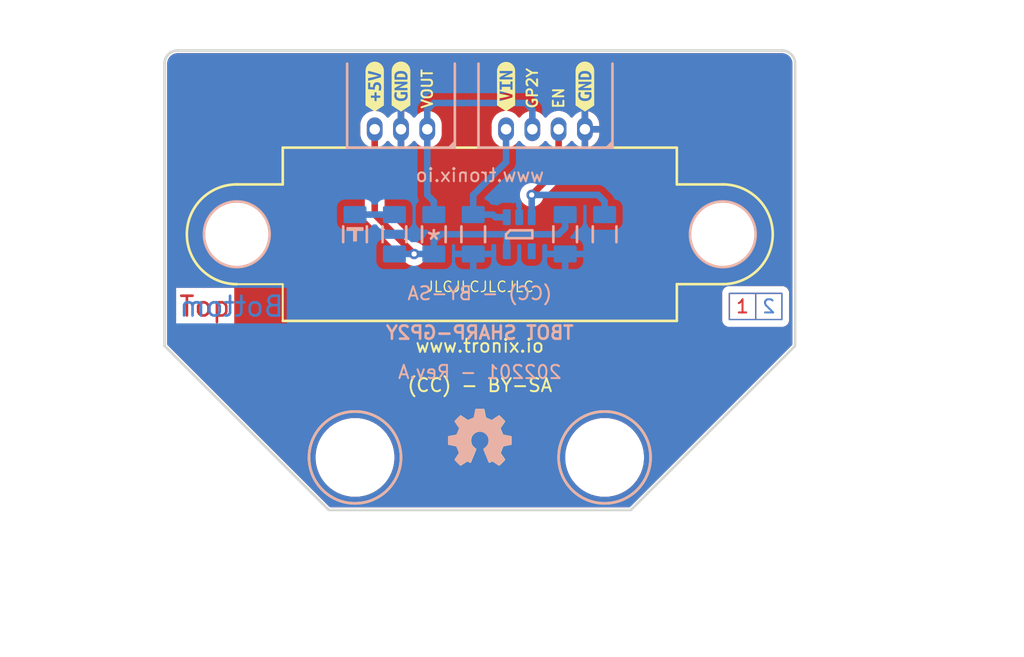
<source format=kicad_pcb>
(kicad_pcb (version 20221018) (generator pcbnew)
  (title_block (title "TBOT - SHARP-GP2Y") (date "01/2022") (rev "A"))
  (layers (0 "F.Cu" signal) (31 "B.Cu" signal) (34 "B.Paste" user) (35 "F.Paste" user) (36 "B.SilkS" user "B.Silkscreen") (37 "F.SilkS" user "F.Silkscreen") (38 "B.Mask" user) (39 "F.Mask" user) (44 "Edge.Cuts" user))
  (net 0 "")
  (net 1 "GND")
  (net 2 "+5V")
  (net 3 "+VIN")
  (net 4 "Net-(LED1-A)")
  (net 5 "MCU_ENABLE")
  (net 7 "GP2Y_OUT")
  (footprint "tronixio:OSHW-5MM" (layer "F.Cu") (at 124 94.5)
    (fp_text reference "GT" hide)
    (fp_text value "LOGO" hide)
    (fp_poly (pts (xy 0.112503 -2.205305) (xy 0.188585 -2.204991) (xy 0.245175 -2.204139) (xy 0.285349 -2.202485) (xy 0.312183 -2.19976) (xy 0.328754 -2.195697) (xy 0.338137 -2.190029) (xy 0.343407 -2.182489) (xy 0.346067 -2.176502) (xy 0.351819 -2.155872) (xy 0.361219 -2.114019) (xy 0.373445 -2.054971) (xy 0.387673 -1.982754) (xy 0.403082 -1.901397) (xy 0.410766 -1.859685) (xy 0.426304 -1.776128) (xy 0.440921 -1.700487) (xy 0.453831 -1.636607) (xy 0.464245 -1.58833) (xy 0.471376 -1.559501) (xy 0.473495 -1.553524) (xy 0.487624 -1.543829) (xy 0.520987 -1.52669) (xy 0.568967 -1.504087) (xy 0.626948 -1.477998) (xy 0.690314 -1.450405) (xy 0.754449 -1.423285) (xy 0.814737 -1.398618) (xy 0.866561 -1.378383) (xy 0.905305 -1.36456) (xy 0.926354 -1.359128) (xy 0.92691 -1.359112) (xy 0.941518 -1.366107) (xy 0.97411 -1.385773) (xy 1.021624 -1.416127) (xy 1.080997 -1.455189) (xy 1.149167 -1.500978) (xy 1.204337 -1.538617) (xy 1.276991 -1.58813) (xy 1.343025 -1.632413) (xy 1.399403 -1.669487) (xy 1.443088 -1.697374) (xy 1.471043 -1.714097) (xy 1.47988 -1.718122) (xy 1.493641 -1.709282) (xy 1.521915 -1.684807) (xy 1.561669 -1.647768) (xy 1.609873 -1.601234) (xy 1.663495 -1.548276) (xy 1.719505 -1.491962) (xy 1.774871 -1.435363) (xy 1.826562 -1.381549) (xy 1.871548 -1.33359) (xy 1.906797 -1.294555) (xy 1.929278 -1.267514) (xy 1.936093 -1.256075) (xy 1.930212 -1.239792) (xy 1.912193 -1.207543) (xy 1.881475 -1.158462) (xy 1.837495 -1.091686) (xy 1.779689 -1.00635) (xy 1.707495 -0.901591) (xy 1.671879 -0.850344) (xy 1.638824 -0.80126) (xy 1.612148 -0.758563) (xy 1.594893 -0.727324) (xy 1.589904 -0.713655) (xy 1.594754 -0.697334) (xy 1.608013 -0.662128) (xy 1.62775 -0.612617) (xy 1.652031 -0.55338) (xy 1.678922 -0.488996) (xy 1.706491 -0.424047) (xy 1.732803 -0.363111) (xy 1.755927 -0.310768) (xy 1.773928 -0.271598) (xy 1.784874 -0.25018) (xy 1.786526 -0.247868) (xy 1.800495 -0.243726) (xy 1.836105 -0.235699) (xy 1.889773 -0.224522) (xy 1.957915 -0.210929) (xy 2.036948 -0.195656) (xy 2.090365 -0.185568) (xy 2.175183 -0.169544) (xy 2.252099 -0.15474) (xy 2.317349 -0.141901) (xy 2.367173 -0.131773) (xy 2.397809 -0.125104) (xy 2.405431 -0.123066) (xy 2.411063 -0.116814) (xy 2.415426 -0.101095) (xy 2.418668 -0.073197) (xy 2.420933 -0.030409) (xy 2.422366 0.02998) (xy 2.423114 0.110684) (xy 2.423321 0.210293) (xy 2.423202 0.310587) (xy 2.422711 0.388201) (xy 2.421649 0.446096) (xy 2.419816 0.487237) (xy 2.417013 0.514584) (xy 2.41304 0.531101) (xy 2.407697 0.53975) (xy 2.400883 0.543466) (xy 2.378661 0.548625) (xy 2.338314 0.556746) (xy 2.286985 0.566415) (xy 2.263049 0.570744) (xy 2.127407 0.595376) (xy 2.016332 0.616479) (xy 1.929018 0.634225) (xy 1.864656 0.64879) (xy 1.82244 0.660347) (xy 1.801562 0.66907) (xy 1.79987 0.670496) (xy 1.791465 0.686078) (xy 1.775685 0.720992) (xy 1.754362 0.770707) (xy 1.729327 0.830694) (xy 1.702414 0.896422) (xy 1.675454 0.96336) (xy 1.650281 1.026979) (xy 1.628726 1.082748) (xy 1.612622 1.126137) (xy 1.603801 1.152615) (xy 1.602692 1.157988) (xy 1.610028 1.172767) (xy 1.63143 1.207108) (xy 1.666036 1.259722) (xy 1.712983 1.329322) (xy 1.771408 1.414621) (xy 1.840447 1.51433) (xy 1.867654 1.553391) (xy 1.897811 1.599113) (xy 1.921185 1.639288) (xy 1.934376 1.667841) (xy 1.936093 1.675677) (xy 1.927103 1.692014) (xy 1.901418 1.723855) (xy 1.860965 1.769075) (xy 1.807672 1.82555) (xy 1.743466 1.891154) (xy 1.71296 1.921664) (xy 1.643302 1.990709) (xy 1.589314 2.043494) (xy 1.548612 2.081971) (xy 1.518813 2.108091) (xy 1.497532 2.123805) (xy 1.482386 2.131066) (xy 1.470991 2.131825) (xy 1.460964 2.128033) (xy 1.460917 2.128008) (xy 1.441892 2.116253) (xy 1.405419 2.09234) (xy 1.355138 2.058707) (xy 1.294686 2.017792) (xy 1.227702 1.972033) (xy 1.210483 1.960205) (xy 1.143557 1.914694) (xy 1.083189 1.874607) (xy 1.032748 1.842104) (xy 0.995605 1.819344) (xy 0.975129 1.808488) (xy 0.972784 1.807875) (xy 0.955044 1.813477) (xy 0.920428 1.82855) (xy 0.874685 1.850498) (xy 0.843591 1.866246) (xy 0.794692 1.890329) (xy 0.754091 1.908142) (xy 0.727189 1.917434) (xy 0.719661 1.917874) (xy 0.71184 1.904564) (xy 0.695873 1.87093) (xy 0.673276 1.820398) (xy 0.645566 1.756397) (xy 0.614262 1.682354) (xy 0.595951 1.638326) (xy 0.555205 1.539832) (xy 0.509885 1.430374) (xy 0.463588 1.318629) (xy 0.419909 1.213275) (xy 0.382617 1.123407) (xy 0.352192 1.049365) (xy 0.325466 0.982847) (xy 0.303922 0.927668) (xy 0.289044 0.887646) (xy 0.282318 0.866596) (xy 0.28208 0.86489) (xy 0.291868 0.850064) (xy 0.317767 0.825757) (xy 0.354572 0.796754) (xy 0.362216 0.791216) (xy 0.47362 0.699405) (xy 0.560778 0.600114) (xy 0.624272 0.492284) (xy 0.664684 0.374854) (xy 0.682594 0.246763) (xy 0.683668 0.205149) (xy 0.672966 0.079705) (xy 0.639876 -0.035509) (xy 0.583362 -0.143051) (xy 0.502387 -0.245478) (xy 0.500128 -0.247901) (xy 0.404266 -0.332655) (xy 0.297367 -0.395917) (xy 0.182586 -0.437559) (xy 0.063074 -0.45745) (xy -0.058015 -0.455461) (xy -0.177529 -0.431461) (xy -0.292317 -0.38532) (xy -0.399224 -0.316909) (xy -0.435557 -0.286461) (xy -0.524789 -0.19034) (xy -0.590858 -0.083248) (xy -0.63358 0.034398) (xy -0.65277 0.162186) (xy -0.653912 0.203806) (xy -0.64477 0.331905) (xy -0.616397 0.446756) (xy -0.567372 0.551025) (xy -0.496276 0.647379) (xy -0.401689 0.738486) (xy -0.345898 0.782346) (xy -0.305473 0.814275) (xy -0.274554 0.84243) (xy -0.257973 0.862253) (xy -0.256436 0.866724) (xy -0.261189 0.882472) (xy -0.274692 0.919019) (xy -0.295811 0.973504) (xy -0.323413 1.043065) (xy -0.356365 1.124837) (xy -0.393532 1.21596) (xy -0.424781 1.291835) (xy -0.466473 1.392714) (xy -0.506757 1.490316) (xy -0.54414 1.581016) (xy -0.57713 1.661187) (xy -0.604234 1.727202) (xy -0.623959 1.775436) (xy -0.631922 1.795053) (xy -0.656173 1.85428) (xy -0.675445 1.89208) (xy -0.695005 1.910535) (xy -0.720119 1.911726) (xy -0.756055 1.897735) (xy -0.80808 1.870643) (xy -0.814523 1.867212) (xy -0.863833 1.841835) (xy -0.905672 1.821875) (xy -0.934272 1.810004) (xy -0.942679 1.807875) (xy -0.957624 1.814831) (xy -0.990452 1.834339) (xy -1.037961 1.864353) (xy -1.096948 1.902829) (xy -1.164211 1.947723) (xy -1.20379 1.974558) (xy -1.273782 2.022017) (xy -1.336742 2.064219) (xy -1.389581 2.099132) (xy -1.429212 2.124728) (xy -1.452547 2.138976) (xy -1.457362 2.141242) (xy -1.468597 2.132572) (xy -1.495354 2.108206) (xy -1.53505 2.070611) (xy -1.585104 2.022252) (xy -1.642932 1.965596) (xy -1.688443 1.920545) (xy -1.754363 1.854061) (xy -1.811428 1.794627) (xy -1.857492 1.744605) (xy -1.890411 1.706358) (xy -1.908038 1.682247) (xy -1.910449 1.676115) (xy -1.903342 1.656709) (xy -1.88402 1.621725) (xy -1.855484 1.576225) (xy -1.822794 1.528185) (xy -1.761853 1.44109) (xy -1.706889 1.361082) (xy -1.659529 1.29063) (xy -1.621397 1.232204) (xy -1.594118 1.188276) (xy -1.579316 1.161316) (xy -1.577082 1.154608) (xy -1.581837 1.136716) (xy -1.594857 1.099854) (xy -1.614275 1.048609) (xy -1.638222 0.987568) (xy -1.664831 0.921316) (xy -1.692235 0.854442) (xy -1.718566 0.791531) (xy -1.741957 0.737171) (xy -1.76054 0.695948) (xy -1.772447 0.672449) (xy -1.774702 0.66925) (xy -1.791569 0.66222) (xy -1.829891 0.651729) (xy -1.885847 0.638647) (xy -1.955617 0.623842) (xy -2.035381 0.608183) (xy -2.07828 0.60022) (xy -2.161621 0.584627) (xy -2.236906 0.569745) (xy -2.300315 0.556391) (xy -2.348033 0.545387) (xy -2.37624 0.537551) (xy -2.381867 0.535051) (xy -2.387099 0.524908) (xy -2.390991 0.502231) (xy -2.393638 0.46456) (xy -2.395134 0.409435) (xy -2.395573 0.334397) (xy -2.39505 0.236985) (xy -2.394689 0.200194) (xy -2.391267 -0.121807) (xy -2.282282 -0.143659) (xy -2.229898 -0.153965) (xy -2.160108 -0.167419) (xy -2.080727 -0.182526) (xy -1.999569 -0.197795) (xy -1.970053 -0.203298) (xy -1.900658 -0.216734) (xy -1.840162 -0.229455) (xy -1.793065 -0.240437) (xy -1.763866 -0.248652) (xy -1.756665 -0.251967) (xy -1.746988 -0.268752) (xy -1.729936 -0.304533) (xy -1.707477 -0.354612) (xy -1.681582 -0.414291) (xy -1.654218 -0.478872) (xy -1.627353 -0.543658) (xy -1.602957 -0.60395) (xy -1.582998 -0.65505) (xy -1.569445 -0.692261) (xy -1.564266 -0.710885) (xy -1.564261 -0.711124) (xy -1.571273 -0.727773) (xy -1.590937 -0.762151) (xy -1.621195 -0.810982) (xy -1.659988 -0.870991) (xy -1.705259 -0.938901) (xy -1.732615 -0.979077) (xy -1.780965 -1.050145) (xy -1.82446 -1.115201) (xy -1.860949 -1.170937) (xy -1.888284 -1.214046) (xy -1.904314 -1.24122) (xy -1.907531 -1.248169) (xy -1.904717 -1.261112) (xy -1.890381 -1.283286) (xy -1.863069 -1.316351) (xy -1.821325 -1.361969) (xy -1.763692 -1.421801) (xy -1.691232 -1.494988) (xy -1.628982 -1.55669) (xy -1.572135 -1.611849) (xy -1.523344 -1.657988) (xy -1.485263 -1.692627) (xy -1.460542 -1.713289) (xy -1.452414 -1.718122) (xy -1.437782 -1.711105) (xy -1.405251 -1.6914) (xy -1.357928 -1.661025) (xy -1.298923 -1.621998) (xy -1.231343 -1.576338) (xy -1.183018 -1.543181) (xy -1.111112 -1.493886) (xy -1.04544 -1.44951) (xy -0.989183 -1.41215) (xy -0.945519 -1.383901) (xy -0.917627 -1.36686) (xy -0.90944 -1.362781) (xy -0.891885 -1.365776) (xy -0.855505 -1.377082) (xy -0.805012 -1.394838) (xy -0.745121 -1.417183) (xy -0.680546 -1.442257) (xy -0.616001 -1.468199) (xy -0.5562 -1.493147) (xy -0.505857 -1.515243) (xy -0.469686 -1.532623) (xy -0.45278 -1.543038) (xy -0.446293 -1.559308) (xy -0.436108 -1.597206) (xy -0.423041 -1.653118) (xy -0.407909 -1.723429) (xy -0.391528 -1.804525) (xy -0.378917 -1.870225) (xy -0.362481 -1.956759) (xy -0.347254 -2.035011) (xy -0.333961 -2.101421) (xy -0.323321 -2.152432) (xy -0.316058 -2.184486) (xy -0.31324 -2.193976) (xy -0.299005 -2.197095) (xy -0.262664 -2.199887) (xy -0.207755 -2.20223) (xy -0.137813 -2.204) (xy -0.056376 -2.205075) (xy 0.013853 -2.205351)) (fill solid) (layer "F.SilkS"))
  )
  (footprint "kibuzzard-6288C56E" (layer "F.Cu") (at 132 67.75 90)
    (fp_text reference "kibuzzard-6288C56E" hide)
    (fp_text value "G***" hide)
    (fp_poly (pts (xy 0.724628 0.333375) (xy 0.74209 0.334962) (xy 0.759553 0.334962) (xy 0.871471 0.309562) (xy 0.944496 0.239712) (xy 0.984184 0.134144) (xy 0.993114 0.070048) (xy 0.99609 0) (xy 0.986565 -0.123825) (xy 0.953228 -0.230188) (xy 0.88814 -0.304006) (xy 0.781778 -0.331788) (xy 0.753203 -0.330994) (xy 0.724628 -0.327025) (xy 0.724628 0.333375)) (fill solid) (layer "F.SilkS"))
    (fp_poly (pts (xy -1.100997 -0.7112) (xy -1.431727 -0.7112) (xy -1.90586 0) (xy -1.431727 0.7112) (xy -1.100997 0.7112) (xy -0.69936 0.7112) (xy -0.69936 0.512762) (xy -0.786871 0.504627) (xy -0.865254 0.480219) (xy -0.933715 0.439737) (xy -0.99146 0.383381) (xy -1.037894 0.31115) (xy -1.072422 0.223044) (xy -1.093854 0.119261) (xy -1.100997 0) (xy -1.092663 -0.11807) (xy -1.06766 -0.221456) (xy -1.028369 -0.309761) (xy -0.977172 -0.382588) (xy -0.914863 -0.439539) (xy -0.842235 -0.480219) (xy -0.761669 -0.504627) (xy -0.675547 -0.512763) (xy -0.573154 -0.504031) (xy -0.494572 -0.484188) (xy -0.439804 -0.460375) (xy -0.40726 -0.441325) (xy -0.45806 -0.28575) (xy -0.543785 -0.325438) (xy -0.64856 -0.3429) (xy -0.766035 -0.3175) (xy -0.844616 -0.246856) (xy -0.889066 -0.138906) (xy -0.899186 -0.072827) (xy -0.90256 0) (xy -0.896386 0.107156) (xy -0.877865 0.193675) (xy -0.846997 0.259556) (xy -0.778338 0.322064) (xy -0.683485 0.3429) (xy -0.645385 0.341312) (xy -0.607285 0.33655) (xy -0.607285 -0.022225) (xy -0.412022 -0.022225) (xy -0.412022 0.468312) (xy -0.520766 0.496887) (xy -0.602324 0.508794) (xy -0.69936 0.512762) (xy -0.69936 0.7112) (xy 0.213453 0.7112) (xy 0.213453 0.492125) (xy 0.16768 0.383205) (xy 0.119261 0.274461) (xy 0.068196 0.165894) (xy 0.014486 0.057326) (xy -0.04187 -0.051417) (xy -0.100872 -0.160338) (xy -0.100872 0.492125) (xy -0.277085 0.492125) (xy -0.277085 -0.490538) (xy -0.119922 -0.490538) (xy -0.075472 -0.417711) (xy -0.031022 -0.338931) (xy 0.012832 -0.257373) (xy 0.055496 -0.176213) (xy 0.095978 -0.096441) (xy 0.133284 -0.01905) (xy 0.166423 0.052387) (xy 0.194403 0.1143) (xy 0.194403 -0.490538) (xy 0.370615 -0.490538) (xy 0.370615 0.492125) (xy 0.213453 0.492125) (xy 0.213453 0.7112) (xy 0.738915 0.7112) (xy 0.738915 0.504825) (xy 0.636521 0.499269) (xy 0.529365 0.481012) (xy 0.529365 -0.477838) (xy 0.654778 -0.496888) (xy 0.764315 -0.50165) (xy 0.856985 -0.494506) (xy 0.941321 -0.473075) (xy 1.015339 -0.436364) (xy 1.077053 -0.383381) (xy 1.126464 -0.313928) (xy 1.163571 -0.227806) (xy 1.186789 -0.123627) (xy 1.194528 0) (xy 1.185995 0.126405) (xy 1.160396 0.232569) (xy 1.119717 0.319683) (xy 1.06594 0.388937) (xy 0.99986 0.441127) (xy 0.922271 0.477044) (xy 0.83476 0.49788) (xy 0.738915 0.504825) (xy 0.738915 0.7112) (xy 1.194528 0.7112) (xy 1.19466 0.7112) (xy 1.26437 0.707775) (xy 1.333408 0.697534) (xy 1.40111 0.680576) (xy 1.466824 0.657063) (xy 1.529917 0.627222) (xy 1.589781 0.591341) (xy 1.64584 0.549765) (xy 1.697554 0.502894) (xy 1.744425 0.45118) (xy 1.786001 0.395122) (xy 1.821882 0.335257) (xy 1.851723 0.272164) (xy 1.875236 0.20645) (xy 1.892194 0.138748) (xy 1.902435 0.06971) (xy 1.90586 0) (xy 1.902435 -0.06971) (xy 1.892194 -0.138748) (xy 1.875236 -0.20645) (xy 1.851723 -0.272164) (xy 1.821882 -0.335257) (xy 1.786001 -0.395122) (xy 1.744425 -0.45118) (xy 1.697554 -0.502894) (xy 1.64584 -0.549765) (xy 1.589781 -0.591341) (xy 1.529917 -0.627222) (xy 1.466824 -0.657063) (xy 1.40111 -0.680576) (xy 1.333408 -0.697534) (xy 1.26437 -0.707775) (xy 1.19466 -0.7112) (xy 1.194528 -0.7112) (xy -1.100997 -0.7112)) (fill solid) (layer "F.SilkS"))
  )
  (footprint "kibuzzard-6288C554" (layer "F.Cu") (at 116 67.75 90)
    (fp_text reference "kibuzzard-6288C554" hide)
    (fp_text value "G***" hide)
    (fp_poly (pts (xy -1.100733 -0.700088) (xy -1.431462 -0.700088) (xy -1.898187 0) (xy -1.431462 0.700088) (xy -1.100733 0.700088) (xy -0.68322 0.700088) (xy -0.68322 0.420688) (xy -0.851495 0.420688) (xy -0.851495 0.144462) (xy -1.100733 0.144462) (xy -1.100733 -0.015875) (xy -0.851495 -0.015875) (xy -0.851495 -0.2921) (xy -0.68322 -0.2921) (xy -0.68322 -0.015875) (xy -0.433983 -0.015875) (xy -0.433983 0.144462) (xy -0.68322 0.144462) (xy -0.68322 0.420688) (xy -0.68322 0.700088) (xy -0.049808 0.700088) (xy -0.049808 0.50165) (xy -0.127595 0.496887) (xy -0.203795 0.484981) (xy -0.269677 0.468312) (xy -0.31492 0.45085) (xy -0.275233 0.288925) (xy -0.186333 0.320675) (xy -0.125611 0.331391) (xy -0.051395 0.334963) (xy 0.043061 0.322263) (xy 0.101798 0.289719) (xy 0.131167 0.244475) (xy 0.139105 0.192087) (xy 0.125611 0.116681) (xy 0.071636 0.057944) (xy -0.043458 0.019844) (xy -0.12958 0.009723) (xy -0.23872 0.00635) (xy -0.224433 -0.125611) (xy -0.21332 -0.254794) (xy -0.204986 -0.380405) (xy -0.199033 -0.50165) (xy 0.302617 -0.50165) (xy 0.302617 -0.339725) (xy -0.03552 -0.339725) (xy -0.043458 -0.233363) (xy -0.051395 -0.142875) (xy 0.068726 -0.126647) (xy 0.166621 -0.094897) (xy 0.242292 -0.047625) (xy 0.296091 0.014817) (xy 0.32837 0.092075) (xy 0.33913 0.18415) (xy 0.315317 0.310356) (xy 0.242292 0.411162) (xy 0.187127 0.449262) (xy 0.120055 0.477838) (xy 0.041077 0.495697) (xy -0.049808 0.50165) (xy -0.049808 0.700088) (xy 0.718542 0.700088) (xy 0.718542 0.481012) (xy 0.679252 0.364331) (xy 0.63758 0.233362) (xy 0.609534 0.141376) (xy 0.582546 0.049565) (xy 0.556617 -0.042069) (xy 0.532099 -0.131939) (xy 0.509345 -0.218458) (xy 0.488355 -0.301625) (xy 0.462161 -0.41275) (xy 0.443905 -0.50165) (xy 0.65028 -0.50165) (xy 0.662186 -0.419298) (xy 0.678855 -0.324644) (xy 0.698897 -0.22225) (xy 0.720923 -0.116681) (xy 0.744736 -0.010319) (xy 0.770136 0.094456) (xy 0.796131 0.19308) (xy 0.82173 0.280987) (xy 0.84713 0.19427) (xy 0.87253 0.096044) (xy 0.897136 -0.008731) (xy 0.920155 -0.115094) (xy 0.941586 -0.220861) (xy 0.96143 -0.32385) (xy 0.978892 -0.4191) (xy 0.99318 -0.50165) (xy 1.197967 -0.50165) (xy 1.176734 -0.400844) (xy 1.151136 -0.288925) (xy 1.12137 -0.168473) (xy 1.087636 -0.042069) (xy 1.06303 0.044715) (xy 1.036836 0.132556) (xy 1.009055 0.221456) (xy 0.980127 0.309915) (xy 0.950494 0.396434) (xy 0.920155 0.481012) (xy 0.718542 0.481012) (xy 0.718542 0.700088) (xy 1.197967 0.700088) (xy 1.198099 0.700088) (xy 1.26672 0.696716) (xy 1.33468 0.686636) (xy 1.401324 0.669942) (xy 1.466011 0.646797) (xy 1.528118 0.617422) (xy 1.587047 0.582101) (xy 1.64223 0.541175) (xy 1.693136 0.495037) (xy 1.739274 0.444131) (xy 1.780201 0.388948) (xy 1.815522 0.330019) (xy 1.844896 0.267912) (xy 1.868041 0.203225) (xy 1.884735 0.13658) (xy 1.894816 0.068621) (xy 1.898187 0) (xy 1.894816 -0.068621) (xy 1.884735 -0.13658) (xy 1.868041 -0.203225) (xy 1.844896 -0.267912) (xy 1.815522 -0.330019) (xy 1.780201 -0.388948) (xy 1.739274 -0.444131) (xy 1.693136 -0.495037) (xy 1.64223 -0.541175) (xy 1.587047 -0.582101) (xy 1.528118 -0.617422) (xy 1.466011 -0.646797) (xy 1.401324 -0.669942) (xy 1.33468 -0.686636) (xy 1.26672 -0.696716) (xy 1.198099 -0.700088) (xy 1.197967 -0.700088) (xy -1.100733 -0.700088)) (fill solid) (layer "F.SilkS"))
  )
  (footprint "tronixio:SHARP-GP2Y0A" (layer "F.Cu") (at 124 79)
    (fp_text reference "IR1" hide)
    (fp_text value "GP2Y0A21")
    (fp_circle (center -18.5 0) (end -16 0) (stroke (width 0.2)) (fill none) (layer "B.SilkS"))
    (fp_circle (center 18.5 0) (end 21 0) (stroke (width 0.2)) (fill none) (layer "B.SilkS"))
    (fp_line (start -18.5 3.8) (end -15 3.8) (stroke (width 0.15)) (layer "F.SilkS"))
    (fp_line (start -15 -6.6) (end -15 -3.8) (stroke (width 0.2)) (layer "F.SilkS"))
    (fp_line (start -15 -6.6) (end 15 -6.6) (stroke (width 0.2)) (layer "F.SilkS"))
    (fp_line (start -15 -3.8) (end -18.5 -3.8) (stroke (width 0.2)) (layer "F.SilkS"))
    (fp_line (start -15 3.8) (end -15 6.6) (stroke (width 0.15)) (layer "F.SilkS"))
    (fp_line (start -15 6.6) (end 15 6.6) (stroke (width 0.2)) (layer "F.SilkS"))
    (fp_line (start 15 -3.8) (end 15 -6.6) (stroke (width 0.2)) (layer "F.SilkS"))
    (fp_line (start 15 3.8) (end 18.5 3.8) (stroke (width 0.2)) (layer "F.SilkS"))
    (fp_line (start 15 6.6) (end 15 3.8) (stroke (width 0.2)) (layer "F.SilkS"))
    (fp_line (start 18.5 -3.8) (end 15 -3.8) (stroke (width 0.2)) (layer "F.SilkS"))
    (fp_arc (start -18.5 3.8) (mid -22.3 0) (end -18.5 -3.8) (stroke (width 0.2)) (layer "F.SilkS"))
    (fp_arc (start 18.5 -3.8) (mid 22.3 0) (end 18.5 3.8) (stroke (width 0.2)) (layer "F.SilkS"))
    (pad "" np_thru_hole circle (at -18.5 0) (size 3 3) (drill 3) (layers "F&B.Cu" "*.Mask") (clearance 1))
    (pad "" np_thru_hole circle (at 18.5 0) (size 3 3) (drill 3) (layers "F&B.Cu" "*.Mask") (clearance 1))
  )
  (footprint "kibuzzard-6288C567" (layer "F.Cu") (at 126 67.75 90)
    (fp_text reference "kibuzzard-6288C567" hide)
    (fp_text value "G***" hide)
    (fp_poly (pts (xy -1.093457 -0.689769) (xy -1.424186 -0.689769) (xy -1.884032 0) (xy -1.424186 0.689769) (xy -1.093457 0.689769) (xy -0.818819 0.689769) (xy -0.818819 0.491331) (xy -0.85811 0.37465) (xy -0.899782 0.243681) (xy -0.927828 0.151694) (xy -0.954815 0.059884) (xy -0.980744 -0.03175) (xy -1.005262 -0.12162) (xy -1.028016 -0.208139) (xy -1.049007 -0.291306) (xy -1.075201 -0.402431) (xy -1.093457 -0.491331) (xy -0.887082 -0.491331) (xy -0.875176 -0.40898) (xy -0.858507 -0.314325) (xy -0.838465 -0.211931) (xy -0.816438 -0.106363) (xy -0.792626 0) (xy -0.767226 0.104775) (xy -0.74123 0.203398) (xy -0.715632 0.291306) (xy -0.690232 0.204589) (xy -0.664832 0.106362) (xy -0.640226 0.001587) (xy -0.617207 -0.104775) (xy -0.595776 -0.210542) (xy -0.575932 -0.313531) (xy -0.558469 -0.408781) (xy -0.544182 -0.491331) (xy -0.339394 -0.491331) (xy -0.360627 -0.390525) (xy -0.386226 -0.278606) (xy -0.415991 -0.158155) (xy -0.449726 -0.03175) (xy -0.474332 0.055033) (xy -0.500526 0.142875) (xy -0.528307 0.231775) (xy -0.557235 0.320234) (xy -0.586868 0.406753) (xy -0.617207 0.491331) (xy -0.818819 0.491331) (xy -0.818819 0.689769) (xy -0.234619 0.689769) (xy -0.234619 0.491331) (xy -0.234619 0.329406) (xy -0.020307 0.329406) (xy -0.020307 -0.329406) (xy -0.234619 -0.329406) (xy -0.234619 -0.491331) (xy 0.389268 -0.491331) (xy 0.389268 -0.329406) (xy 0.176543 -0.329406) (xy 0.176543 0.329406) (xy 0.389268 0.329406) (xy 0.389268 0.491331) (xy -0.234619 0.491331) (xy -0.234619 0.689769) (xy 1.036968 0.689769) (xy 1.036968 0.491331) (xy 0.991195 0.382411) (xy 0.942777 0.273667) (xy 0.891712 0.1651) (xy 0.838002 0.056533) (xy 0.781645 -0.052211) (xy 0.722643 -0.161131) (xy 0.722643 0.491331) (xy 0.546431 0.491331) (xy 0.546431 -0.491331) (xy 0.703593 -0.491331) (xy 0.748043 -0.418505) (xy 0.792493 -0.339725) (xy 0.836348 -0.258167) (xy 0.879012 -0.177006) (xy 0.919493 -0.097234) (xy 0.956799 -0.019844) (xy 0.989939 0.051594) (xy 1.017918 0.113506) (xy 1.017918 -0.491331) (xy 1.194131 -0.491331) (xy 1.194131 0.491331) (xy 1.036968 0.491331) (xy 1.036968 0.689769) (xy 1.194131 0.689769) (xy 1.194263 0.689769) (xy 1.261872 0.686447) (xy 1.32883 0.676515) (xy 1.394492 0.660068) (xy 1.458226 0.637263) (xy 1.519418 0.608322) (xy 1.577478 0.573522) (xy 1.631848 0.533198) (xy 1.682003 0.48774) (xy 1.727461 0.437585) (xy 1.767785 0.383215) (xy 1.802585 0.325155) (xy 1.831526 0.263963) (xy 1.854331 0.200229) (xy 1.870778 0.134567) (xy 1.88071 0.067609) (xy 1.884032 0) (xy 1.88071 -0.067609) (xy 1.870778 -0.134567) (xy 1.854331 -0.200229) (xy 1.831526 -0.263963) (xy 1.802585 -0.325155) (xy 1.767785 -0.383215) (xy 1.727461 -0.437585) (xy 1.682003 -0.48774) (xy 1.631848 -0.533198) (xy 1.577478 -0.573522) (xy 1.519418 -0.608322) (xy 1.458226 -0.637263) (xy 1.394492 -0.660068) (xy 1.32883 -0.676515) (xy 1.261872 -0.686447) (xy 1.194263 -0.689769) (xy 1.194131 -0.689769) (xy -1.093457 -0.689769)) (fill solid) (layer "F.SilkS"))
  )
  (footprint "kibuzzard-6288C562" (layer "F.Cu") (at 118 67.75 90)
    (fp_text reference "kibuzzard-6288C562" hide)
    (fp_text value "G***" hide)
    (fp_poly (pts (xy 0.724628 0.333375) (xy 0.74209 0.334962) (xy 0.759553 0.334962) (xy 0.871471 0.309562) (xy 0.944496 0.239712) (xy 0.984184 0.134144) (xy 0.993114 0.070048) (xy 0.99609 0) (xy 0.986565 -0.123825) (xy 0.953228 -0.230188) (xy 0.88814 -0.304006) (xy 0.781778 -0.331788) (xy 0.753203 -0.330994) (xy 0.724628 -0.327025) (xy 0.724628 0.333375)) (fill solid) (layer "F.SilkS"))
    (fp_poly (pts (xy -1.100997 -0.7112) (xy -1.431727 -0.7112) (xy -1.90586 0) (xy -1.431727 0.7112) (xy -1.100997 0.7112) (xy -0.69936 0.7112) (xy -0.69936 0.512762) (xy -0.786871 0.504627) (xy -0.865254 0.480219) (xy -0.933715 0.439737) (xy -0.99146 0.383381) (xy -1.037894 0.31115) (xy -1.072422 0.223044) (xy -1.093854 0.119261) (xy -1.100997 0) (xy -1.092663 -0.11807) (xy -1.06766 -0.221456) (xy -1.028369 -0.309761) (xy -0.977172 -0.382588) (xy -0.914863 -0.439539) (xy -0.842235 -0.480219) (xy -0.761669 -0.504627) (xy -0.675547 -0.512763) (xy -0.573154 -0.504031) (xy -0.494572 -0.484188) (xy -0.439804 -0.460375) (xy -0.40726 -0.441325) (xy -0.45806 -0.28575) (xy -0.543785 -0.325438) (xy -0.64856 -0.3429) (xy -0.766035 -0.3175) (xy -0.844616 -0.246856) (xy -0.889066 -0.138906) (xy -0.899186 -0.072827) (xy -0.90256 0) (xy -0.896386 0.107156) (xy -0.877865 0.193675) (xy -0.846997 0.259556) (xy -0.778338 0.322064) (xy -0.683485 0.3429) (xy -0.645385 0.341312) (xy -0.607285 0.33655) (xy -0.607285 -0.022225) (xy -0.412022 -0.022225) (xy -0.412022 0.468312) (xy -0.520766 0.496887) (xy -0.602324 0.508794) (xy -0.69936 0.512762) (xy -0.69936 0.7112) (xy 0.213453 0.7112) (xy 0.213453 0.492125) (xy 0.16768 0.383205) (xy 0.119261 0.274461) (xy 0.068196 0.165894) (xy 0.014486 0.057326) (xy -0.04187 -0.051417) (xy -0.100872 -0.160338) (xy -0.100872 0.492125) (xy -0.277085 0.492125) (xy -0.277085 -0.490538) (xy -0.119922 -0.490538) (xy -0.075472 -0.417711) (xy -0.031022 -0.338931) (xy 0.012832 -0.257373) (xy 0.055496 -0.176213) (xy 0.095978 -0.096441) (xy 0.133284 -0.01905) (xy 0.166423 0.052387) (xy 0.194403 0.1143) (xy 0.194403 -0.490538) (xy 0.370615 -0.490538) (xy 0.370615 0.492125) (xy 0.213453 0.492125) (xy 0.213453 0.7112) (xy 0.738915 0.7112) (xy 0.738915 0.504825) (xy 0.636521 0.499269) (xy 0.529365 0.481012) (xy 0.529365 -0.477838) (xy 0.654778 -0.496888) (xy 0.764315 -0.50165) (xy 0.856985 -0.494506) (xy 0.941321 -0.473075) (xy 1.015339 -0.436364) (xy 1.077053 -0.383381) (xy 1.126464 -0.313928) (xy 1.163571 -0.227806) (xy 1.186789 -0.123627) (xy 1.194528 0) (xy 1.185995 0.126405) (xy 1.160396 0.232569) (xy 1.119717 0.319683) (xy 1.06594 0.388937) (xy 0.99986 0.441127) (xy 0.922271 0.477044) (xy 0.83476 0.49788) (xy 0.738915 0.504825) (xy 0.738915 0.7112) (xy 1.194528 0.7112) (xy 1.19466 0.7112) (xy 1.26437 0.707775) (xy 1.333408 0.697534) (xy 1.40111 0.680576) (xy 1.466824 0.657063) (xy 1.529917 0.627222) (xy 1.589781 0.591341) (xy 1.64584 0.549765) (xy 1.697554 0.502894) (xy 1.744425 0.45118) (xy 1.786001 0.395122) (xy 1.821882 0.335257) (xy 1.851723 0.272164) (xy 1.875236 0.20645) (xy 1.892194 0.138748) (xy 1.902435 0.06971) (xy 1.90586 0) (xy 1.902435 -0.06971) (xy 1.892194 -0.138748) (xy 1.875236 -0.20645) (xy 1.851723 -0.272164) (xy 1.821882 -0.335257) (xy 1.786001 -0.395122) (xy 1.744425 -0.45118) (xy 1.697554 -0.502894) (xy 1.64584 -0.549765) (xy 1.589781 -0.591341) (xy 1.529917 -0.627222) (xy 1.466824 -0.657063) (xy 1.40111 -0.680576) (xy 1.333408 -0.697534) (xy 1.26437 -0.707775) (xy 1.19466 -0.7112) (xy 1.194528 -0.7112) (xy -1.100997 -0.7112)) (fill solid) (layer "F.SilkS"))
  )
  (footprint "tronixio:MOUNTING-HOLE-3MM-MASK" (layer "B.Cu") (at 114.5 96 180)
    (fp_text reference "H2" hide)
    (fp_text value "MOUNTING-HOLE-3MM-MASK" hide)
    (fp_circle (center 0 0) (end 3.5 0) (stroke (width 0.2)) (fill none) (layer "B.SilkS"))
    (fp_circle (center 0 0) (end 3.5 0) (stroke (width 0.2)) (fill none) (layer "F.SilkS"))
    (pad "" np_thru_hole circle (at 0 0 180) (size 3 3) (drill 3) (layers "F&B.Cu" "*.Mask") (clearance 1.5))
  )
  (footprint "tronixio:CAPACITOR-SMD-1206" (layer "B.Cu") (at 130.5 79 -90)
    (fp_text reference "C2" hide)
    (fp_text value "1µ")
    (fp_line (start -0.6 -0.9) (end 0.6 -0.9) (stroke (width 0.2)) (layer "B.SilkS"))
    (fp_line (start -0.6 0.9) (end 0.6 0.9) (stroke (width 0.2)) (layer "B.SilkS"))
    (pad "1" smd roundrect (at -1.5 0 270) (size 1.3 1.75) (layers "B.Cu" "B.Paste" "B.Mask") (roundrect_rratio 0.1) (net 2 "+5V"))
    (pad "2" smd roundrect (at 1.5 0 270) (size 1.3 1.75) (layers "B.Cu" "B.Paste" "B.Mask") (roundrect_rratio 0.1) (net 1 "GND"))
  )
  (footprint "tronixio:LED-SMD-1206" (layer "B.Cu") (at 114.5 79 90)
    (fp_text reference "LED1" hide)
    (fp_text value "Power")
    (fp_line (start -0.6 -0.9) (end 0.6 -0.9) (stroke (width 0.2)) (layer "B.SilkS"))
    (fp_line (start -0.6 0.9) (end 0.6 0.9) (stroke (width 0.2)) (layer "B.SilkS"))
    (fp_poly (pts (xy 0.5 -0.6) (xy 0.3 -0.6) (xy 0.3 -0.1) (xy -0.5 -0.1) (xy -0.5 0.1) (xy 0.3 0.1) (xy 0.3 0.6) (xy 0.5 0.6)) (stroke (width 0.1)) (fill solid) (layer "B.SilkS"))
    (pad "1" smd roundrect (at -1.5 0 90) (size 1.3 1.75) (layers "B.Cu" "B.Paste" "B.Mask") (roundrect_rratio 0.1) (net 1 "GND"))
    (pad "2" smd roundrect (at 1.5 0 90) (size 1.3 1.75) (layers "B.Cu" "B.Paste" "B.Mask") (roundrect_rratio 0.1) (net 4 "Net-(LED1-A)"))
  )
  (footprint "tronixio:SOT-23-5" (layer "B.Cu") (at 127 79 -90)
    (fp_text reference "U1" hide)
    (fp_text value "MCP1755-50")
    (fp_line (start -0.3 -1) (end 0.3 -1) (stroke (width 0.2)) (layer "B.SilkS"))
    (fp_line (start -0.3 0.7) (end -0.3 -1) (stroke (width 0.2)) (layer "B.SilkS"))
    (fp_line (start 0 1) (end -0.3 0.7) (stroke (width 0.2)) (layer "B.SilkS"))
    (fp_line (start 0.3 -1) (end 0.3 1) (stroke (width 0.2)) (layer "B.SilkS"))
    (fp_line (start 0.3 1) (end 0 1) (stroke (width 0.2)) (layer "B.SilkS"))
    (pad "1" smd roundrect (at -1.3 0.95 270) (size 1.2 0.6) (layers "B.Cu" "B.Paste" "B.Mask") (roundrect_rratio 0.15) (net 3 "+VIN"))
    (pad "2" smd roundrect (at -1.3 0 270) (size 1.2 0.6) (layers "B.Cu" "B.Paste" "B.Mask") (roundrect_rratio 0.15) (net 1 "GND"))
    (pad "3" smd roundrect (at -1.3 -0.95 270) (size 1.2 0.6) (layers "B.Cu" "B.Paste" "B.Mask") (roundrect_rratio 0.15) (net 5 "MCU_ENABLE"))
    (pad "4" smd roundrect (at 1.3 -0.95 270) (size 1.2 0.6) (layers "B.Cu" "B.Paste" "B.Mask") (roundrect_rratio 0.15))
    (pad "5" smd roundrect (at 1.3 0.95 270) (size 1.2 0.6) (layers "B.Cu" "B.Paste" "B.Mask") (roundrect_rratio 0.15) (net 2 "+5V"))
  )
  (footprint "tronixio:CAPACITOR-SMD-1206" (layer "B.Cu") (at 123.5 79 -90)
    (fp_text reference "C1" hide)
    (fp_text value "1µ")
    (fp_line (start -0.6 -0.9) (end 0.6 -0.9) (stroke (width 0.2)) (layer "B.SilkS"))
    (fp_line (start -0.6 0.9) (end 0.6 0.9) (stroke (width 0.2)) (layer "B.SilkS"))
    (pad "1" smd roundrect (at -1.5 0 270) (size 1.3 1.75) (layers "B.Cu" "B.Paste" "B.Mask") (roundrect_rratio 0.1) (net 3 "+VIN"))
    (pad "2" smd roundrect (at 1.5 0 270) (size 1.3 1.75) (layers "B.Cu" "B.Paste" "B.Mask") (roundrect_rratio 0.1) (net 1 "GND"))
  )
  (footprint "tronixio:MOUNTING-HOLE-3MM-MASK" (layer "B.Cu") (at 133.5 96 90)
    (fp_text reference "H1" hide)
    (fp_text value "MOUNTING-HOLE-3MM-MASK" hide)
    (fp_circle (center 0 0) (end 3.5 0) (stroke (width 0.2)) (fill none) (layer "B.SilkS"))
    (fp_circle (center 0 0) (end 3.5 0) (stroke (width 0.2)) (fill none) (layer "F.SilkS"))
    (pad "" np_thru_hole circle (at 0 0 90) (size 3 3) (drill 3) (layers "F&B.Cu" "*.Mask") (clearance 1.5))
  )
  (footprint "tronixio:RESISTOR-SMD-1206" (layer "B.Cu") (at 133.5 79 -90)
    (fp_text reference "R1" hide)
    (fp_text value "100k")
    (fp_line (start -0.6 -0.9) (end 0.6 -0.9) (stroke (width 0.2)) (layer "B.SilkS"))
    (fp_line (start -0.6 0.9) (end 0.6 0.9) (stroke (width 0.2)) (layer "B.SilkS"))
    (pad "1" smd roundrect (at -1.5 0 270) (size 1.3 1.75) (layers "B.Cu" "B.Paste" "B.Mask") (roundrect_rratio 0.1) (net 5 "MCU_ENABLE"))
    (pad "2" smd roundrect (at 1.5 0 270) (size 1.3 1.75) (layers "B.Cu" "B.Paste" "B.Mask") (roundrect_rratio 0.1) (net 1 "GND"))
  )
  (footprint "tronixio:RESISTOR-SMD-1206" (layer "B.Cu") (at 117.5 79 90)
    (fp_text reference "R2" hide)
    (fp_text value "4k7")
    (fp_line (start -0.6 -0.9) (end 0.6 -0.9) (stroke (width 0.2)) (layer "B.SilkS"))
    (fp_line (start -0.6 0.9) (end 0.6 0.9) (stroke (width 0.2)) (layer "B.SilkS"))
    (pad "1" smd roundrect (at -1.5 0 90) (size 1.3 1.75) (layers "B.Cu" "B.Paste" "B.Mask") (roundrect_rratio 0.1) (net 2 "+5V"))
    (pad "2" smd roundrect (at 1.5 0 90) (size 1.3 1.75) (layers "B.Cu" "B.Paste" "B.Mask") (roundrect_rratio 0.1) (net 4 "Net-(LED1-A)"))
  )
  (footprint "tronixio:MOLEX-532540470" (layer "B.Cu") (at 132 71 180)
    (fp_text reference "K2" hide)
    (fp_text value "MCU")
    (fp_line (start -2.1 -1.4) (end 8.1 -1.4) (stroke (width 0.2)) (layer "B.SilkS"))
    (fp_line (start -2.1 5) (end -2.1 -1.4) (stroke (width 0.2)) (layer "B.SilkS"))
    (fp_line (start 8.1 -1.4) (end 8.1 5) (stroke (width 0.2)) (layer "B.SilkS"))
    (fp_poly (pts (xy -1.6 -1.4) (xy -2.1 -1.4) (xy -2.1 -0.9)) (stroke (width 0.1)) (fill solid) (layer "B.SilkS"))
    (pad "1" thru_hole oval (at 0 0 180) (size 1.2 1.8) (drill 0.8) (layers "*.Cu" "*.Mask") (net 1 "GND"))
    (pad "2" thru_hole oval (at 2 0 180) (size 1.2 1.8) (drill 0.8) (layers "*.Cu" "*.Mask") (net 5 "MCU_ENABLE"))
    (pad "3" thru_hole oval (at 4 0 180) (size 1.2 1.8) (drill 0.8) (layers "*.Cu" "*.Mask") (net 7 "GP2Y_OUT"))
    (pad "4" thru_hole oval (at 6 0 180) (size 1.2 1.8) (drill 0.8) (layers "*.Cu" "*.Mask") (net 3 "+VIN"))
  )
  (footprint "tronixio:OSHW-5MM" (layer "B.Cu") (at 124 94.5 180)
    (fp_text reference "GB" hide)
    (fp_text value "LOGO" hide)
    (fp_poly (pts (xy 0.112503 2.205305) (xy 0.188585 2.204991) (xy 0.245175 2.204139) (xy 0.285349 2.202485) (xy 0.312183 2.19976) (xy 0.328754 2.195697) (xy 0.338137 2.190029) (xy 0.343407 2.182489) (xy 0.346067 2.176502) (xy 0.351819 2.155872) (xy 0.361219 2.114019) (xy 0.373445 2.054971) (xy 0.387673 1.982754) (xy 0.403082 1.901397) (xy 0.410766 1.859685) (xy 0.426304 1.776128) (xy 0.440921 1.700487) (xy 0.453831 1.636607) (xy 0.464245 1.58833) (xy 0.471376 1.559501) (xy 0.473495 1.553524) (xy 0.487624 1.543829) (xy 0.520987 1.52669) (xy 0.568967 1.504087) (xy 0.626948 1.477998) (xy 0.690314 1.450405) (xy 0.754449 1.423285) (xy 0.814737 1.398618) (xy 0.866561 1.378383) (xy 0.905305 1.36456) (xy 0.926354 1.359128) (xy 0.92691 1.359112) (xy 0.941518 1.366107) (xy 0.97411 1.385773) (xy 1.021624 1.416127) (xy 1.080997 1.455189) (xy 1.149167 1.500978) (xy 1.204337 1.538617) (xy 1.276991 1.58813) (xy 1.343025 1.632413) (xy 1.399403 1.669487) (xy 1.443088 1.697374) (xy 1.471043 1.714097) (xy 1.47988 1.718122) (xy 1.493641 1.709282) (xy 1.521915 1.684807) (xy 1.561669 1.647768) (xy 1.609873 1.601234) (xy 1.663495 1.548276) (xy 1.719505 1.491962) (xy 1.774871 1.435363) (xy 1.826562 1.381549) (xy 1.871548 1.33359) (xy 1.906797 1.294555) (xy 1.929278 1.267514) (xy 1.936093 1.256075) (xy 1.930212 1.239792) (xy 1.912193 1.207543) (xy 1.881475 1.158462) (xy 1.837495 1.091686) (xy 1.779689 1.00635) (xy 1.707495 0.901591) (xy 1.671879 0.850344) (xy 1.638824 0.80126) (xy 1.612148 0.758563) (xy 1.594893 0.727324) (xy 1.589904 0.713655) (xy 1.594754 0.697334) (xy 1.608013 0.662128) (xy 1.62775 0.612617) (xy 1.652031 0.55338) (xy 1.678922 0.488996) (xy 1.706491 0.424047) (xy 1.732803 0.363111) (xy 1.755927 0.310768) (xy 1.773928 0.271598) (xy 1.784874 0.25018) (xy 1.786526 0.247868) (xy 1.800495 0.243726) (xy 1.836105 0.235699) (xy 1.889773 0.224522) (xy 1.957915 0.210929) (xy 2.036948 0.195656) (xy 2.090365 0.185568) (xy 2.175183 0.169544) (xy 2.252099 0.15474) (xy 2.317349 0.141901) (xy 2.367173 0.131773) (xy 2.397809 0.125104) (xy 2.405431 0.123066) (xy 2.411063 0.116814) (xy 2.415426 0.101095) (xy 2.418668 0.073197) (xy 2.420933 0.030409) (xy 2.422366 -0.02998) (xy 2.423114 -0.110684) (xy 2.423321 -0.210293) (xy 2.423202 -0.310587) (xy 2.422711 -0.388201) (xy 2.421649 -0.446096) (xy 2.419816 -0.487237) (xy 2.417013 -0.514584) (xy 2.41304 -0.531101) (xy 2.407697 -0.53975) (xy 2.400883 -0.543466) (xy 2.378661 -0.548625) (xy 2.338314 -0.556746) (xy 2.286985 -0.566415) (xy 2.263049 -0.570744) (xy 2.127407 -0.595376) (xy 2.016332 -0.616479) (xy 1.929018 -0.634225) (xy 1.864656 -0.64879) (xy 1.82244 -0.660347) (xy 1.801562 -0.66907) (xy 1.79987 -0.670496) (xy 1.791465 -0.686078) (xy 1.775685 -0.720992) (xy 1.754362 -0.770707) (xy 1.729327 -0.830694) (xy 1.702414 -0.896422) (xy 1.675454 -0.96336) (xy 1.650281 -1.026979) (xy 1.628726 -1.082748) (xy 1.612622 -1.126137) (xy 1.603801 -1.152615) (xy 1.602692 -1.157988) (xy 1.610028 -1.172767) (xy 1.63143 -1.207108) (xy 1.666036 -1.259722) (xy 1.712983 -1.329322) (xy 1.771408 -1.414621) (xy 1.840447 -1.51433) (xy 1.867654 -1.553391) (xy 1.897811 -1.599113) (xy 1.921185 -1.639288) (xy 1.934376 -1.667841) (xy 1.936093 -1.675677) (xy 1.927103 -1.692014) (xy 1.901418 -1.723855) (xy 1.860965 -1.769075) (xy 1.807672 -1.82555) (xy 1.743466 -1.891154) (xy 1.71296 -1.921664) (xy 1.643302 -1.990709) (xy 1.589314 -2.043494) (xy 1.548612 -2.081971) (xy 1.518813 -2.108091) (xy 1.497532 -2.123805) (xy 1.482386 -2.131066) (xy 1.470991 -2.131825) (xy 1.460964 -2.128033) (xy 1.460917 -2.128008) (xy 1.441892 -2.116253) (xy 1.405419 -2.09234) (xy 1.355138 -2.058707) (xy 1.294686 -2.017792) (xy 1.227702 -1.972033) (xy 1.210483 -1.960205) (xy 1.143557 -1.914694) (xy 1.083189 -1.874607) (xy 1.032748 -1.842104) (xy 0.995605 -1.819344) (xy 0.975129 -1.808488) (xy 0.972784 -1.807875) (xy 0.955044 -1.813477) (xy 0.920428 -1.82855) (xy 0.874685 -1.850498) (xy 0.843591 -1.866246) (xy 0.794692 -1.890329) (xy 0.754091 -1.908142) (xy 0.727189 -1.917434) (xy 0.719661 -1.917874) (xy 0.71184 -1.904564) (xy 0.695873 -1.87093) (xy 0.673276 -1.820398) (xy 0.645566 -1.756397) (xy 0.614262 -1.682354) (xy 0.595951 -1.638326) (xy 0.555205 -1.539832) (xy 0.509885 -1.430374) (xy 0.463588 -1.318629) (xy 0.419909 -1.213275) (xy 0.382617 -1.123407) (xy 0.352192 -1.049365) (xy 0.325466 -0.982847) (xy 0.303922 -0.927668) (xy 0.289044 -0.887646) (xy 0.282318 -0.866596) (xy 0.28208 -0.86489) (xy 0.291868 -0.850064) (xy 0.317767 -0.825757) (xy 0.354572 -0.796754) (xy 0.362216 -0.791216) (xy 0.47362 -0.699405) (xy 0.560778 -0.600114) (xy 0.624272 -0.492284) (xy 0.664684 -0.374854) (xy 0.682594 -0.246763) (xy 0.683668 -0.205149) (xy 0.672966 -0.079705) (xy 0.639876 0.035509) (xy 0.583362 0.143051) (xy 0.502387 0.245478) (xy 0.500128 0.247901) (xy 0.404266 0.332655) (xy 0.297367 0.395917) (xy 0.182586 0.437559) (xy 0.063074 0.45745) (xy -0.058015 0.455461) (xy -0.177529 0.431461) (xy -0.292317 0.38532) (xy -0.399224 0.316909) (xy -0.435557 0.286461) (xy -0.524789 0.19034) (xy -0.590858 0.083248) (xy -0.63358 -0.034398) (xy -0.65277 -0.162186) (xy -0.653912 -0.203806) (xy -0.64477 -0.331905) (xy -0.616397 -0.446756) (xy -0.567372 -0.551025) (xy -0.496276 -0.647379) (xy -0.401689 -0.738486) (xy -0.345898 -0.782346) (xy -0.305473 -0.814275) (xy -0.274554 -0.84243) (xy -0.257973 -0.862253) (xy -0.256436 -0.866724) (xy -0.261189 -0.882472) (xy -0.274692 -0.919019) (xy -0.295811 -0.973504) (xy -0.323413 -1.043065) (xy -0.356365 -1.124837) (xy -0.393532 -1.21596) (xy -0.424781 -1.291835) (xy -0.466473 -1.392714) (xy -0.506757 -1.490316) (xy -0.54414 -1.581016) (xy -0.57713 -1.661187) (xy -0.604234 -1.727202) (xy -0.623959 -1.775436) (xy -0.631922 -1.795053) (xy -0.656173 -1.85428) (xy -0.675445 -1.89208) (xy -0.695005 -1.910535) (xy -0.720119 -1.911726) (xy -0.756055 -1.897735) (xy -0.80808 -1.870643) (xy -0.814523 -1.867212) (xy -0.863833 -1.841835) (xy -0.905672 -1.821875) (xy -0.934272 -1.810004) (xy -0.942679 -1.807875) (xy -0.957624 -1.814831) (xy -0.990452 -1.834339) (xy -1.037961 -1.864353) (xy -1.096948 -1.902829) (xy -1.164211 -1.947723) (xy -1.20379 -1.974558) (xy -1.273782 -2.022017) (xy -1.336742 -2.064219) (xy -1.389581 -2.099132) (xy -1.429212 -2.124728) (xy -1.452547 -2.138976) (xy -1.457362 -2.141242) (xy -1.468597 -2.132572) (xy -1.495354 -2.108206) (xy -1.53505 -2.070611) (xy -1.585104 -2.022252) (xy -1.642932 -1.965596) (xy -1.688443 -1.920545) (xy -1.754363 -1.854061) (xy -1.811428 -1.794627) (xy -1.857492 -1.744605) (xy -1.890411 -1.706358) (xy -1.908038 -1.682247) (xy -1.910449 -1.676115) (xy -1.903342 -1.656709) (xy -1.88402 -1.621725) (xy -1.855484 -1.576225) (xy -1.822794 -1.528185) (xy -1.761853 -1.44109) (xy -1.706889 -1.361082) (xy -1.659529 -1.29063) (xy -1.621397 -1.232204) (xy -1.594118 -1.188276) (xy -1.579316 -1.161316) (xy -1.577082 -1.154608) (xy -1.581837 -1.136716) (xy -1.594857 -1.099854) (xy -1.614275 -1.048609) (xy -1.638222 -0.987568) (xy -1.664831 -0.921316) (xy -1.692235 -0.854442) (xy -1.718566 -0.791531) (xy -1.741957 -0.737171) (xy -1.76054 -0.695948) (xy -1.772447 -0.672449) (xy -1.774702 -0.66925) (xy -1.791569 -0.66222) (xy -1.829891 -0.651729) (xy -1.885847 -0.638647) (xy -1.955617 -0.623842) (xy -2.035381 -0.608183) (xy -2.07828 -0.60022) (xy -2.161621 -0.584627) (xy -2.236906 -0.569745) (xy -2.300315 -0.556391) (xy -2.348033 -0.545387) (xy -2.37624 -0.537551) (xy -2.381867 -0.535051) (xy -2.387099 -0.524908) (xy -2.390991 -0.502231) (xy -2.393638 -0.46456) (xy -2.395134 -0.409435) (xy -2.395573 -0.334397) (xy -2.39505 -0.236985) (xy -2.394689 -0.200194) (xy -2.391267 0.121807) (xy -2.282282 0.143659) (xy -2.229898 0.153965) (xy -2.160108 0.167419) (xy -2.080727 0.182526) (xy -1.999569 0.197795) (xy -1.970053 0.203298) (xy -1.900658 0.216734) (xy -1.840162 0.229455) (xy -1.793065 0.240437) (xy -1.763866 0.248652) (xy -1.756665 0.251967) (xy -1.746988 0.268752) (xy -1.729936 0.304533) (xy -1.707477 0.354612) (xy -1.681582 0.414291) (xy -1.654218 0.478872) (xy -1.627353 0.543658) (xy -1.602957 0.60395) (xy -1.582998 0.65505) (xy -1.569445 0.692261) (xy -1.564266 0.710885) (xy -1.564261 0.711124) (xy -1.571273 0.727773) (xy -1.590937 0.762151) (xy -1.621195 0.810982) (xy -1.659988 0.870991) (xy -1.705259 0.938901) (xy -1.732615 0.979077) (xy -1.780965 1.050145) (xy -1.82446 1.115201) (xy -1.860949 1.170937) (xy -1.888284 1.214046) (xy -1.904314 1.24122) (xy -1.907531 1.248169) (xy -1.904717 1.261112) (xy -1.890381 1.283286) (xy -1.863069 1.316351) (xy -1.821325 1.361969) (xy -1.763692 1.421801) (xy -1.691232 1.494988) (xy -1.628982 1.55669) (xy -1.572135 1.611849) (xy -1.523344 1.657988) (xy -1.485263 1.692627) (xy -1.460542 1.713289) (xy -1.452414 1.718122) (xy -1.437782 1.711105) (xy -1.405251 1.6914) (xy -1.357928 1.661025) (xy -1.298923 1.621998) (xy -1.231343 1.576338) (xy -1.183018 1.543181) (xy -1.111112 1.493886) (xy -1.04544 1.44951) (xy -0.989183 1.41215) (xy -0.945519 1.383901) (xy -0.917627 1.36686) (xy -0.90944 1.362781) (xy -0.891885 1.365776) (xy -0.855505 1.377082) (xy -0.805012 1.394838) (xy -0.745121 1.417183) (xy -0.680546 1.442257) (xy -0.616001 1.468199) (xy -0.5562 1.493147) (xy -0.505857 1.515243) (xy -0.469686 1.532623) (xy -0.45278 1.543038) (xy -0.446293 1.559308) (xy -0.436108 1.597206) (xy -0.423041 1.653118) (xy -0.407909 1.723429) (xy -0.391528 1.804525) (xy -0.378917 1.870225) (xy -0.362481 1.956759) (xy -0.347254 2.035011) (xy -0.333961 2.101421) (xy -0.323321 2.152432) (xy -0.316058 2.184486) (xy -0.31324 2.193976) (xy -0.299005 2.197095) (xy -0.262664 2.199887) (xy -0.207755 2.20223) (xy -0.137813 2.204) (xy -0.056376 2.205075) (xy 0.013853 2.205351)) (fill solid) (layer "B.SilkS"))
  )
  (footprint "tronixio:RESISTOR-SMD-1206" (layer "B.Cu") (at 120.5 79 90)
    (fp_text reference "R3" hide)
    (fp_text value "10k")
    (fp_line (start -0.6 -0.9) (end 0.6 -0.9) (stroke (width 0.2)) (layer "B.SilkS"))
    (fp_line (start -0.6 0.9) (end 0.6 0.9) (stroke (width 0.2)) (layer "B.SilkS"))
    (pad "1" smd roundrect (at -1.5 0 90) (size 1.3 1.75) (layers "B.Cu" "B.Paste" "B.Mask") (roundrect_rratio 0.1) (net 2 "+5V"))
    (pad "2" smd roundrect (at 1.5 0 90) (size 1.3 1.75) (layers "B.Cu" "B.Paste" "B.Mask") (roundrect_rratio 0.1) (net 7 "GP2Y_OUT"))
  )
  (footprint "tronixio:MOLEX-532540370" (layer "B.Cu") (at 120 71 180)
    (fp_text reference "K1" hide)
    (fp_text value "GP2Y")
    (fp_line (start -2.1 -1.4) (end 6.1 -1.4) (stroke (width 0.2)) (layer "B.SilkS"))
    (fp_line (start -2.1 5) (end -2.1 -1.4) (stroke (width 0.2)) (layer "B.SilkS"))
    (fp_line (start 6.1 -1.4) (end 6.1 5) (stroke (width 0.2)) (layer "B.SilkS"))
    (fp_poly (pts (xy -1.6 -1.4) (xy -2.1 -1.4) (xy -2.1 -0.9)) (stroke (width 0.1)) (fill solid) (layer "B.SilkS"))
    (pad "1" thru_hole oval (at 0 0 180) (size 1.2 1.8) (drill 0.8) (layers "*.Cu" "*.Mask") (net 7 "GP2Y_OUT"))
    (pad "2" thru_hole oval (at 2 0 180) (size 1.2 1.8) (drill 0.8) (layers "*.Cu" "*.Mask") (net 1 "GND"))
    (pad "3" thru_hole oval (at 4 0 180) (size 1.2 1.8) (drill 0.8) (layers "*.Cu" "*.Mask") (net 2 "+5V"))
  )
  (gr_rect (start 143 83.5) (end 147 85.5) (stroke (width 0.1)) (fill none) (layer "F.Cu"))
  (gr_line (start 145 85.5) (end 145 83.5) (stroke (width 0.1)) (layer "F.Cu"))
  (gr_line (start 145 85.5) (end 145 83.5) (stroke (width 0.1)) (layer "B.Cu"))
  (gr_rect (start 143 83.5) (end 147 85.5) (stroke (width 0.1)) (fill none) (layer "B.Cu"))
  (gr_line (start 112.5 100) (end 135.5 100) (stroke (width 0.2)) (layer "Edge.Cuts"))
  (gr_line (start 135.5 100) (end 148 87.5) (stroke (width 0.2)) (layer "Edge.Cuts"))
  (gr_line (start 147 65) (end 101 65) (stroke (width 0.2)) (layer "Edge.Cuts"))
  (gr_arc (start 100 66) (mid 100.292893 65.292894) (end 101 65) (stroke (width 0.2)) (layer "Edge.Cuts"))
  (gr_line (start 148 87.5) (end 148 66) (stroke (width 0.2)) (layer "Edge.Cuts"))
  (gr_line (start 100 87.5) (end 112.5 100) (stroke (width 0.2)) (layer "Edge.Cuts"))
  (gr_line (start 100 66) (end 100 87.5) (stroke (width 0.2)) (layer "Edge.Cuts"))
  (gr_arc (start 147 65) (mid 147.707106 65.292893) (end 148 66) (stroke (width 0.2)) (layer "Edge.Cuts"))
  (gr_text "Top" (at 101 84.5) (layer "F.Cu") (effects (font (size 1.5 1.5) (thickness 0.2)) (justify left)))
  (gr_text "1" (at 144 84.5) (layer "F.Cu") (effects (font (size 1 1))))
  (gr_text "2" (at 146 84.5) (layer "B.Cu") (effects (font (size 1 1)) (justify mirror)))
  (gr_text "Bottom" (at 101 84.5) (layer "B.Cu") (effects (font (size 1.5 1.5) (thickness 0.2)) (justify right mirror)))
  (gr_text "*" (at 120.5 79.5) (layer "B.SilkS") (effects (font (size 1.5 1.5) (thickness 0.2)) (justify mirror)))
  (gr_text "TBOT SHARP-GP2Y" (at 124 86.5) (layer "B.SilkS") (effects (font (size 1 1) (thickness 0.2)) (justify mirror)))
  (gr_text "202201 - Rev.A" (at 124 89.5) (layer "B.SilkS") (effects (font (size 1 1)) (justify mirror)))
  (gr_text "www.tronix.io" (at 124 74.5) (layer "B.SilkS") (effects (font (size 1 1)) (justify mirror)))
  (gr_text "(CC) - BY-SA" (at 124 83.5) (layer "B.SilkS") (effects (font (size 1 1)) (justify mirror)))
  (gr_text "JLCJLCJLCJLC" (at 124 83) (layer "F.SilkS") (effects (font (size 0.8 0.8) (thickness 0.1))))
  (gr_text "VOUT" (at 120 69.5 90) (layer "F.SilkS") (effects (font (size 0.8 0.8)) (justify left)))
  (gr_text "EN" (at 130 69.5 90) (layer "F.SilkS") (effects (font (size 0.8 0.8)) (justify left)))
  (gr_text "www.tronix.io" (at 124 87.5) (layer "F.SilkS") (effects (font (size 1 1))))
  (gr_text "GP2Y" (at 128 69.5 90) (layer "F.SilkS") (effects (font (size 0.8 0.8)) (justify left)))
  (gr_text "(CC) - BY-SA" (at 124 90.5) (layer "F.SilkS") (effects (font (size 1 1))))
  (segment (start 119 80.5) (end 116 77.5) (width 0.5) (layer "F.Cu") (net 2))
  (segment (start 116 77.5) (end 116 71) (width 0.5) (layer "F.Cu") (net 2))
  (via (at 119 80.5) (size 0.8) (drill 0.4) (layers "F.Cu" "B.Cu") (net 2))
  (segment (start 120.5 80.5) (end 120.5 79.5) (width 0.5) (layer "B.Cu") (net 2))
  (segment (start 130 79) (end 130.5 78.5) (width 0.5) (layer "B.Cu") (net 2))
  (segment (start 126.05 80.3) (end 126.05 79.05) (width 0.5) (layer "B.Cu") (net 2))
  (segment (start 120.5 80.5) (end 117.5 80.5) (width 0.5) (layer "B.Cu") (net 2))
  (segment (start 130.5 78.5) (end 130.5 77.5) (width 0.5) (layer "B.Cu") (net 2))
  (segment (start 120.5 79.5) (end 121 79) (width 0.5) (layer "B.Cu") (net 2))
  (segment (start 121 79) (end 130 79) (width 0.5) (layer "B.Cu") (net 2))
  (segment (start 126 71) (end 126 73.5) (width 0.5) (layer "B.Cu") (net 3))
  (segment (start 125 77.5) (end 123.5 77.5) (width 0.5) (layer "B.Cu") (net 3))
  (segment (start 125.2 77.7) (end 125 77.5) (width 0.5) (layer "B.Cu") (net 3))
  (segment (start 123.5 76) (end 126 73.5) (width 0.5) (layer "B.Cu") (net 3))
  (segment (start 126.05 77.7) (end 125.2 77.7) (width 0.5) (layer "B.Cu") (net 3))
  (segment (start 123.5 77.5) (end 123.5 76) (width 0.5) (layer "B.Cu") (net 3))
  (segment (start 114.5 77.5) (end 117.5 77.5) (width 0.5) (layer "B.Cu") (net 4))
  (segment (start 130 73.95) (end 130 71) (width 0.5) (layer "F.Cu") (net 5))
  (segment (start 127.95 76) (end 130 73.95) (width 0.5) (layer "F.Cu") (net 5))
  (via (at 127.95 76) (size 0.8) (drill 0.4) (layers "F.Cu" "B.Cu") (net 5))
  (segment (start 133 76) (end 133.5 76.5) (width 0.5) (layer "B.Cu") (net 5))
  (segment (start 127.95 77.7) (end 127.95 76.05) (width 0.5) (layer "B.Cu") (net 5))
  (segment (start 127.95 76.05) (end 128 76) (width 0.5) (layer "B.Cu") (net 5))
  (segment (start 133 76) (end 127.95 76) (width 0.5) (layer "B.Cu") (net 5))
  (segment (start 133.5 76.5) (end 133.5 77.5) (width 0.5) (layer "B.Cu") (net 5))
  (segment (start 128 69.5) (end 128 71) (width 0.5) (layer "B.Cu") (net 7))
  (segment (start 120.5 69) (end 127.5 69) (width 0.5) (layer "B.Cu") (net 7))
  (segment (start 127.5 69) (end 128 69.5) (width 0.5) (layer "B.Cu") (net 7))
  (segment (start 120 71) (end 120 69.5) (width 0.5) (layer "B.Cu") (net 7))
  (segment (start 120.5 77.5) (end 120.5 76.5) (width 0.5) (layer "B.Cu") (net 7))
  (segment (start 120 69.5) (end 120.5 69) (width 0.5) (layer "B.Cu") (net 7))
  (segment (start 120 76) (end 120 71) (width 0.5) (layer "B.Cu") (net 7))
  (segment (start 120.5 76.5) (end 120 76) (width 0.5) (layer "B.Cu") (net 7))
  (zone (net 1) (net_name "GND") (layers "F&B.Cu") (name "GND") (connect_pads (clearance 0.5)) (min_thickness 0.25) (fill yes (thermal_gap 0.5) (thermal_bridge_width 0.5))
    (polygon (pts (xy 148 100) (xy 100 100) (xy 100 65) (xy 148 65)))
  )
)
</source>
